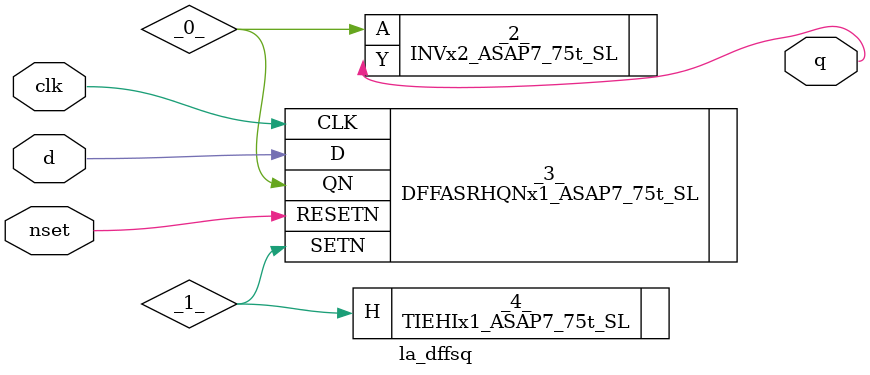
<source format=v>

/* Generated by Yosys 0.44 (git sha1 80ba43d26, g++ 11.4.0-1ubuntu1~22.04 -fPIC -O3) */

(* top =  1  *)
(* src = "inputs/la_dffsq.v:11.1-24.10" *)
module la_dffsq (
    d,
    clk,
    nset,
    q
);
  wire _0_;
  wire _1_;
  (* src = "inputs/la_dffsq.v:15.16-15.19" *)
  input clk;
  wire clk;
  (* src = "inputs/la_dffsq.v:14.16-14.17" *)
  input d;
  wire d;
  (* src = "inputs/la_dffsq.v:16.16-16.20" *)
  input nset;
  wire nset;
  (* src = "inputs/la_dffsq.v:17.16-17.17" *)
  output q;
  wire q;
  INVx2_ASAP7_75t_SL _2_ (
      .A(_0_),
      .Y(q)
  );
  (* src = "inputs/la_dffsq.v:20.5-22.21" *)
  DFFASRHQNx1_ASAP7_75t_SL _3_ (
      .CLK(clk),
      .D(d),
      .QN(_0_),
      .RESETN(nset),
      .SETN(_1_)
  );
  TIEHIx1_ASAP7_75t_SL _4_ (.H(_1_));
endmodule

</source>
